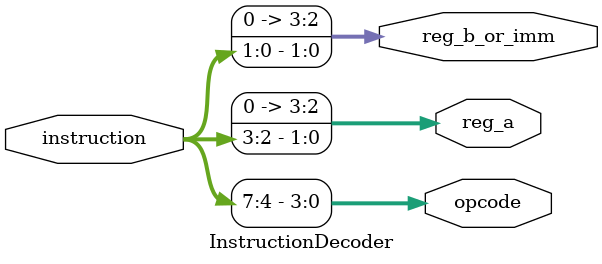
<source format=v>
`timescale 1ns / 1ps

module InstructionDecoder(
    input [7:0] instruction,
    output [3:0] opcode,
    output [3:0] reg_a,
    output [3:0] reg_b_or_imm
    );
    
    assign opcode = instruction[7:4];
    assign reg_a = {2'b00, instruction[3:2]};
    assign reg_b_or_imm = {2'b00, instruction[1:0]};
    
endmodule

</source>
